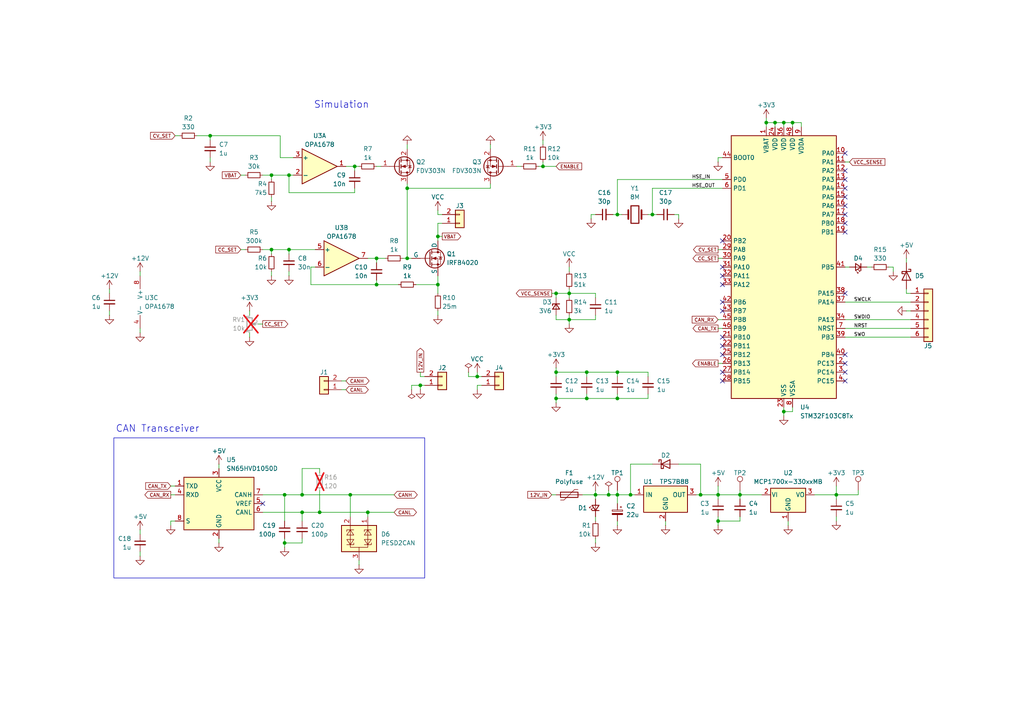
<source format=kicad_sch>
(kicad_sch (version 20250114) (generator "eeschema") (generator_version "9.0")
  (paper "A4")
  (rectangle (start 33.02 127) (end 123.19 167.64))
  (text "Simulation" (at 99.06 30.48 0) (effects (font (size 2 2))))
  (text "CAN Transceiver" (at 45.72 124.46 0) (effects (font (size 2 2))))
  (junction (at 102.87 48.26))
  (junction (at 179.07 115.57))
  (junction (at 109.22 82.55))
  (junction (at 182.88 143.51))
  (junction (at 224.79 35.56))
  (junction (at 82.55 143.51))
  (junction (at 78.74 50.8))
  (junction (at 189.23 62.23))
  (junction (at 161.29 85.09))
  (junction (at 157.48 48.26))
  (junction (at 161.29 107.95))
  (junction (at 87.63 148.59))
  (junction (at 118.11 54.61))
  (junction (at 78.74 72.39))
  (junction (at 222.25 35.56))
  (junction (at 208.28 143.51))
  (junction (at 127 82.55))
  (junction (at 170.18 107.95))
  (junction (at 87.63 143.51))
  (junction (at 179.07 62.23))
  (junction (at 127 68.58))
  (junction (at 161.29 115.57))
  (junction (at 208.28 151.13))
  (junction (at 83.82 72.39))
  (junction (at 138.43 109.22))
  (junction (at 82.55 157.48))
  (junction (at 242.57 143.51))
  (junction (at 109.22 74.93))
  (junction (at 203.2 143.51))
  (junction (at 165.1 92.71))
  (junction (at 60.96 39.37))
  (junction (at 172.72 143.51))
  (junction (at 121.92 111.76))
  (junction (at 176.53 143.51))
  (junction (at 118.11 74.93))
  (junction (at 92.71 148.59))
  (junction (at 179.07 107.95))
  (junction (at 83.82 50.8))
  (junction (at 101.6 143.51))
  (junction (at 179.07 143.51))
  (junction (at 165.1 85.09))
  (junction (at 227.33 35.56))
  (junction (at 229.87 35.56))
  (junction (at 106.68 148.59))
  (junction (at 214.63 143.51))
  (junction (at 227.33 119.38))
  (junction (at 170.18 115.57))
  (no_connect (at 245.11 102.87))
  (no_connect (at 245.11 49.53))
  (no_connect (at 245.11 57.15))
  (no_connect (at 209.55 107.95))
  (no_connect (at 76.2 146.05))
  (no_connect (at 209.55 87.63))
  (no_connect (at 245.11 85.09))
  (no_connect (at 209.55 69.85))
  (no_connect (at 245.11 67.31))
  (no_connect (at 209.55 77.47))
  (no_connect (at 245.11 62.23))
  (no_connect (at 245.11 44.45))
  (no_connect (at 245.11 105.41))
  (no_connect (at 245.11 64.77))
  (no_connect (at 209.55 100.33))
  (no_connect (at 245.11 110.49))
  (no_connect (at 245.11 54.61))
  (no_connect (at 245.11 52.07))
  (no_connect (at 209.55 90.17))
  (no_connect (at 209.55 110.49))
  (no_connect (at 245.11 59.69))
  (no_connect (at 209.55 82.55))
  (no_connect (at 209.55 102.87))
  (no_connect (at 245.11 107.95))
  (no_connect (at 209.55 97.79))
  (no_connect (at 209.55 80.01))
  (wire (pts (xy 109.22 48.26) (xy 110.49 48.26)))
  (wire (pts (xy 228.6 151.13) (xy 228.6 152.4)))
  (wire (pts (xy 120.65 82.55) (xy 127 82.55)))
  (wire (pts (xy 78.74 50.8) (xy 83.82 50.8)))
  (wire (pts (xy 232.41 36.83) (xy 232.41 35.56)))
  (wire (pts (xy 40.64 95.25) (xy 40.64 96.52)))
  (wire (pts (xy 208.28 95.25) (xy 209.55 95.25)))
  (wire (pts (xy 201.93 143.51) (xy 203.2 143.51)))
  (wire (pts (xy 31.75 90.17) (xy 31.75 91.44)))
  (wire (pts (xy 227.33 118.11) (xy 227.33 119.38)))
  (wire (pts (xy 109.22 82.55) (xy 115.57 82.55)))
  (wire (pts (xy 160.02 85.09) (xy 161.29 85.09)))
  (wire (pts (xy 245.11 95.25) (xy 264.16 95.25)))
  (wire (pts (xy 208.28 143.51) (xy 214.63 143.51)))
  (wire (pts (xy 171.45 63.5) (xy 171.45 62.23)))
  (wire (pts (xy 83.82 55.88) (xy 83.82 50.8)))
  (wire (pts (xy 172.72 149.86) (xy 172.72 151.13)))
  (wire (pts (xy 83.82 50.8) (xy 85.09 50.8)))
  (wire (pts (xy 123.19 109.22) (xy 121.92 109.22)))
  (wire (pts (xy 78.74 72.39) (xy 83.82 72.39)))
  (wire (pts (xy 179.07 115.57) (xy 187.96 115.57)))
  (wire (pts (xy 172.72 91.44) (xy 172.72 92.71)))
  (wire (pts (xy 179.07 143.51) (xy 182.88 143.51)))
  (wire (pts (xy 196.85 134.62) (xy 203.2 134.62)))
  (wire (pts (xy 78.74 57.15) (xy 78.74 58.42)))
  (wire (pts (xy 208.28 45.72) (xy 208.28 46.99)))
  (wire (pts (xy 236.22 143.51) (xy 242.57 143.51)))
  (wire (pts (xy 245.11 77.47) (xy 246.38 77.47)))
  (wire (pts (xy 81.28 39.37) (xy 60.96 39.37)))
  (wire (pts (xy 109.22 81.28) (xy 109.22 82.55)))
  (wire (pts (xy 248.92 143.51) (xy 242.57 143.51)))
  (wire (pts (xy 208.28 74.93) (xy 209.55 74.93)))
  (wire (pts (xy 208.28 143.51) (xy 208.28 144.78)))
  (wire (pts (xy 208.28 151.13) (xy 208.28 152.4)))
  (wire (pts (xy 127 68.58) (xy 128.27 68.58)))
  (wire (pts (xy 100.33 48.26) (xy 102.87 48.26)))
  (wire (pts (xy 81.28 39.37) (xy 81.28 45.72)))
  (wire (pts (xy 242.57 140.97) (xy 242.57 143.51)))
  (wire (pts (xy 208.28 151.13) (xy 208.28 149.86)))
  (wire (pts (xy 232.41 35.56) (xy 229.87 35.56)))
  (wire (pts (xy 161.29 107.95) (xy 161.29 109.22)))
  (wire (pts (xy 165.1 85.09) (xy 172.72 85.09)))
  (wire (pts (xy 87.63 148.59) (xy 92.71 148.59)))
  (wire (pts (xy 99.06 113.03) (xy 100.33 113.03)))
  (wire (pts (xy 40.64 78.74) (xy 40.64 80.01)))
  (wire (pts (xy 82.55 156.21) (xy 82.55 157.48)))
  (wire (pts (xy 40.64 160.02) (xy 40.64 161.29)))
  (wire (pts (xy 83.82 72.39) (xy 83.82 73.66)))
  (wire (pts (xy 102.87 48.26) (xy 104.14 48.26)))
  (wire (pts (xy 49.53 140.97) (xy 50.8 140.97)))
  (wire (pts (xy 90.17 82.55) (xy 109.22 82.55)))
  (wire (pts (xy 49.53 152.4) (xy 49.53 151.13)))
  (wire (pts (xy 208.28 105.41) (xy 209.55 105.41)))
  (wire (pts (xy 172.72 143.51) (xy 176.53 143.51)))
  (wire (pts (xy 78.74 78.74) (xy 78.74 80.01)))
  (wire (pts (xy 121.92 111.76) (xy 123.19 111.76)))
  (wire (pts (xy 189.23 62.23) (xy 190.5 62.23)))
  (wire (pts (xy 81.28 45.72) (xy 85.09 45.72)))
  (wire (pts (xy 214.63 142.24) (xy 214.63 143.51)))
  (wire (pts (xy 60.96 39.37) (xy 60.96 40.64)))
  (wire (pts (xy 83.82 72.39) (xy 91.44 72.39)))
  (wire (pts (xy 203.2 143.51) (xy 208.28 143.51)))
  (wire (pts (xy 72.39 90.17) (xy 72.39 91.44)))
  (wire (pts (xy 170.18 109.22) (xy 170.18 107.95)))
  (wire (pts (xy 193.04 151.13) (xy 193.04 152.4)))
  (wire (pts (xy 196.85 62.23) (xy 196.85 63.5)))
  (wire (pts (xy 165.1 85.09) (xy 165.1 83.82)))
  (wire (pts (xy 118.11 54.61) (xy 118.11 74.93)))
  (wire (pts (xy 83.82 78.74) (xy 83.82 80.01)))
  (wire (pts (xy 142.24 41.91) (xy 142.24 43.18)))
  (wire (pts (xy 165.1 92.71) (xy 165.1 93.98)))
  (wire (pts (xy 102.87 55.88) (xy 83.82 55.88)))
  (wire (pts (xy 229.87 118.11) (xy 229.87 119.38)))
  (wire (pts (xy 60.96 39.37) (xy 57.15 39.37)))
  (wire (pts (xy 49.53 143.51) (xy 50.8 143.51)))
  (wire (pts (xy 179.07 114.3) (xy 179.07 115.57)))
  (wire (pts (xy 165.1 91.44) (xy 165.1 92.71)))
  (wire (pts (xy 127 60.96) (xy 127 62.23)))
  (wire (pts (xy 127 82.55) (xy 127 85.09)))
  (wire (pts (xy 135.89 107.95) (xy 135.89 109.22)))
  (wire (pts (xy 170.18 115.57) (xy 161.29 115.57)))
  (wire (pts (xy 189.23 54.61) (xy 209.55 54.61)))
  (wire (pts (xy 262.89 74.93) (xy 262.89 76.2)))
  (wire (pts (xy 161.29 85.09) (xy 165.1 85.09)))
  (wire (pts (xy 161.29 114.3) (xy 161.29 115.57)))
  (wire (pts (xy 209.55 45.72) (xy 208.28 45.72)))
  (wire (pts (xy 74.93 93.98) (xy 76.2 93.98)))
  (wire (pts (xy 90.17 77.47) (xy 91.44 77.47)))
  (wire (pts (xy 214.63 149.86) (xy 214.63 151.13)))
  (wire (pts (xy 76.2 50.8) (xy 78.74 50.8)))
  (wire (pts (xy 179.07 109.22) (xy 179.07 107.95)))
  (wire (pts (xy 106.68 148.59) (xy 114.3 148.59)))
  (wire (pts (xy 168.91 143.51) (xy 172.72 143.51)))
  (wire (pts (xy 161.29 85.09) (xy 161.29 86.36)))
  (wire (pts (xy 187.96 109.22) (xy 187.96 107.95)))
  (wire (pts (xy 227.33 35.56) (xy 224.79 35.56)))
  (wire (pts (xy 78.74 50.8) (xy 78.74 52.07)))
  (wire (pts (xy 78.74 72.39) (xy 78.74 73.66)))
  (wire (pts (xy 157.48 48.26) (xy 161.29 48.26)))
  (wire (pts (xy 229.87 36.83) (xy 229.87 35.56)))
  (wire (pts (xy 229.87 119.38) (xy 227.33 119.38)))
  (wire (pts (xy 101.6 143.51) (xy 114.3 143.51)))
  (wire (pts (xy 63.5 156.21) (xy 63.5 157.48)))
  (wire (pts (xy 208.28 92.71) (xy 209.55 92.71)))
  (wire (pts (xy 214.63 151.13) (xy 208.28 151.13)))
  (wire (pts (xy 76.2 72.39) (xy 78.74 72.39)))
  (wire (pts (xy 251.46 77.47) (xy 252.73 77.47)))
  (wire (pts (xy 189.23 54.61) (xy 189.23 62.23)))
  (wire (pts (xy 138.43 109.22) (xy 139.7 109.22)))
  (wire (pts (xy 87.63 135.89) (xy 92.71 135.89)))
  (wire (pts (xy 222.25 35.56) (xy 222.25 36.83)))
  (wire (pts (xy 165.1 77.47) (xy 165.1 78.74)))
  (wire (pts (xy 242.57 149.86) (xy 242.57 151.13)))
  (wire (pts (xy 227.33 36.83) (xy 227.33 35.56)))
  (wire (pts (xy 40.64 153.67) (xy 40.64 154.94)))
  (wire (pts (xy 102.87 48.26) (xy 102.87 49.53)))
  (wire (pts (xy 92.71 148.59) (xy 106.68 148.59)))
  (wire (pts (xy 87.63 157.48) (xy 82.55 157.48)))
  (wire (pts (xy 262.89 90.17) (xy 264.16 90.17)))
  (wire (pts (xy 138.43 107.95) (xy 138.43 109.22)))
  (wire (pts (xy 161.29 107.95) (xy 170.18 107.95)))
  (wire (pts (xy 179.07 142.24) (xy 179.07 143.51)))
  (wire (pts (xy 119.38 113.03) (xy 119.38 111.76)))
  (wire (pts (xy 171.45 62.23) (xy 172.72 62.23)))
  (wire (pts (xy 82.55 157.48) (xy 82.55 158.75)))
  (wire (pts (xy 49.53 151.13) (xy 50.8 151.13)))
  (wire (pts (xy 172.72 142.24) (xy 172.72 143.51)))
  (wire (pts (xy 179.07 52.07) (xy 179.07 62.23)))
  (wire (pts (xy 182.88 143.51) (xy 184.15 143.51)))
  (wire (pts (xy 187.96 114.3) (xy 187.96 115.57)))
  (wire (pts (xy 182.88 134.62) (xy 189.23 134.62)))
  (wire (pts (xy 151.13 48.26) (xy 149.86 48.26)))
  (wire (pts (xy 127 68.58) (xy 127 69.85)))
  (wire (pts (xy 50.8 39.37) (xy 52.07 39.37)))
  (wire (pts (xy 106.68 148.59) (xy 106.68 149.86)))
  (wire (pts (xy 214.63 143.51) (xy 220.98 143.51)))
  (wire (pts (xy 179.07 52.07) (xy 209.55 52.07)))
  (wire (pts (xy 161.29 115.57) (xy 161.29 116.84)))
  (wire (pts (xy 127 62.23) (xy 128.27 62.23)))
  (wire (pts (xy 176.53 142.24) (xy 176.53 143.51)))
  (wire (pts (xy 142.24 54.61) (xy 118.11 54.61)))
  (wire (pts (xy 82.55 143.51) (xy 87.63 143.51)))
  (wire (pts (xy 109.22 74.93) (xy 109.22 76.2)))
  (wire (pts (xy 87.63 148.59) (xy 87.63 151.13)))
  (wire (pts (xy 222.25 34.29) (xy 222.25 35.56)))
  (wire (pts (xy 172.72 156.21) (xy 172.72 157.48)))
  (wire (pts (xy 118.11 74.93) (xy 119.38 74.93)))
  (wire (pts (xy 82.55 143.51) (xy 82.55 151.13)))
  (wire (pts (xy 227.33 119.38) (xy 227.33 120.65)))
  (wire (pts (xy 248.92 142.24) (xy 248.92 143.51)))
  (wire (pts (xy 135.89 109.22) (xy 138.43 109.22)))
  (wire (pts (xy 161.29 106.68) (xy 161.29 107.95)))
  (wire (pts (xy 177.8 62.23) (xy 179.07 62.23)))
  (wire (pts (xy 172.72 143.51) (xy 172.72 144.78)))
  (wire (pts (xy 101.6 143.51) (xy 101.6 149.86)))
  (wire (pts (xy 60.96 45.72) (xy 60.96 46.99)))
  (wire (pts (xy 182.88 134.62) (xy 182.88 143.51)))
  (wire (pts (xy 99.06 110.49) (xy 100.33 110.49)))
  (wire (pts (xy 187.96 62.23) (xy 189.23 62.23)))
  (wire (pts (xy 104.14 162.56) (xy 104.14 163.83)))
  (wire (pts (xy 119.38 111.76) (xy 121.92 111.76)))
  (wire (pts (xy 118.11 41.91) (xy 118.11 43.18)))
  (wire (pts (xy 170.18 115.57) (xy 179.07 115.57)))
  (wire (pts (xy 116.84 74.93) (xy 118.11 74.93)))
  (wire (pts (xy 245.11 97.79) (xy 264.16 97.79)))
  (wire (pts (xy 170.18 107.95) (xy 179.07 107.95)))
  (wire (pts (xy 179.07 107.95) (xy 187.96 107.95)))
  (wire (pts (xy 203.2 134.62) (xy 203.2 143.51)))
  (wire (pts (xy 156.21 48.26) (xy 157.48 48.26)))
  (wire (pts (xy 245.11 46.99) (xy 246.38 46.99)))
  (wire (pts (xy 257.81 77.47) (xy 259.08 77.47)))
  (wire (pts (xy 242.57 143.51) (xy 242.57 144.78)))
  (wire (pts (xy 76.2 148.59) (xy 87.63 148.59)))
  (wire (pts (xy 128.27 64.77) (xy 127 64.77)))
  (wire (pts (xy 127 64.77) (xy 127 68.58)))
  (wire (pts (xy 172.72 86.36) (xy 172.72 85.09)))
  (wire (pts (xy 259.08 77.47) (xy 259.08 78.74)))
  (wire (pts (xy 118.11 53.34) (xy 118.11 54.61)))
  (wire (pts (xy 157.48 40.64) (xy 157.48 41.91)))
  (wire (pts (xy 179.07 151.13) (xy 179.07 152.4)))
  (wire (pts (xy 92.71 135.89) (xy 92.71 137.16)))
  (wire (pts (xy 87.63 143.51) (xy 101.6 143.51)))
  (wire (pts (xy 138.43 111.76) (xy 139.7 111.76)))
  (wire (pts (xy 72.39 96.52) (xy 72.39 97.79)))
  (wire (pts (xy 109.22 74.93) (xy 111.76 74.93)))
  (wire (pts (xy 76.2 143.51) (xy 82.55 143.51)))
  (wire (pts (xy 161.29 91.44) (xy 161.29 92.71)))
  (wire (pts (xy 127 80.01) (xy 127 82.55)))
  (wire (pts (xy 127 90.17) (xy 127 91.44)))
  (wire (pts (xy 179.07 62.23) (xy 180.34 62.23)))
  (wire (pts (xy 31.75 83.82) (xy 31.75 85.09)))
  (wire (pts (xy 160.02 143.51) (xy 161.29 143.51)))
  (wire (pts (xy 179.07 143.51) (xy 179.07 146.05)))
  (wire (pts (xy 69.85 50.8) (xy 71.12 50.8)))
  (wire (pts (xy 245.11 87.63) (xy 264.16 87.63)))
  (wire (pts (xy 264.16 85.09) (xy 262.89 85.09)))
  (wire (pts (xy 92.71 142.24) (xy 92.71 148.59)))
  (wire (pts (xy 121.92 109.22) (xy 121.92 107.95)))
  (wire (pts (xy 214.63 143.51) (xy 214.63 144.78)))
  (wire (pts (xy 87.63 156.21) (xy 87.63 157.48)))
  (wire (pts (xy 90.17 82.55) (xy 90.17 77.47)))
  (wire (pts (xy 87.63 135.89) (xy 87.63 143.51)))
  (wire (pts (xy 157.48 46.99) (xy 157.48 48.26)))
  (wire (pts (xy 262.89 83.82) (xy 262.89 85.09)))
  (wire (pts (xy 176.53 143.51) (xy 179.07 143.51)))
  (wire (pts (xy 224.79 36.83) (xy 224.79 35.56)))
  (wire (pts (xy 165.1 85.09) (xy 165.1 86.36)))
  (wire (pts (xy 224.79 35.56) (xy 222.25 35.56)))
  (wire (pts (xy 63.5 134.62) (xy 63.5 135.89)))
  (wire (pts (xy 138.43 113.03) (xy 138.43 111.76)))
  (wire (pts (xy 172.72 92.71) (xy 165.1 92.71)))
  (wire (pts (xy 170.18 114.3) (xy 170.18 115.57)))
  (wire (pts (xy 161.29 92.71) (xy 165.1 92.71)))
  (wire (pts (xy 142.24 53.34) (xy 142.24 54.61)))
  (wire (pts (xy 229.87 35.56) (xy 227.33 35.56)))
  (wire (pts (xy 208.28 72.39) (xy 209.55 72.39)))
  (wire (pts (xy 102.87 55.88) (xy 102.87 54.61)))
  (wire (pts (xy 208.28 143.51) (xy 208.28 140.97)))
  (wire (pts (xy 121.92 113.03) (xy 121.92 111.76)))
  (wire (pts (xy 195.58 62.23) (xy 196.85 62.23)))
  (wire (pts (xy 106.68 74.93) (xy 109.22 74.93)))
  (wire (pts (xy 69.85 72.39) (xy 71.12 72.39)))
  (wire (pts (xy 245.11 92.71) (xy 264.16 92.71)))
  (label "NRST" (at 247.65 95.25 0) (effects (font (size 1 1))))
  (label "SWDIO" (at 247.65 92.71 0) (effects (font (size 1 1))))
  (label "SWCLK" (at 247.65 87.63 0) (effects (font (size 1 1))))
  (label "SWO" (at 247.65 97.79 0) (effects (font (size 1 1))))
  (label "HSE_IN" (at 200.66 52.07 0) (effects (font (size 1 1))))
  (label "HSE_OUT" (at 200.66 54.61 0) (effects (font (size 1 1))))
  (global_label "CANL" (shape bidirectional) (at 114.3 148.59 0) (effects (font (size 1 1))) (property "Intersheetrefs" "${INTERSHEET_REFS}" (effects (hide yes))))
  (global_label "CANL" (shape bidirectional) (at 100.33 113.03 0) (effects (font (size 1 1))) (property "Intersheetrefs" "${INTERSHEET_REFS}" (effects (hide yes))))
  (global_label "ENABLE" (shape input) (at 161.29 48.26 0) (effects (font (size 1 1))) (property "Intersheetrefs" "${INTERSHEET_REFS}" (effects (hide yes))))
  (global_label "VCC_SENSE" (shape input) (at 246.38 46.99 0) (effects (font (size 1 1))) (property "Intersheetrefs" "${INTERSHEET_REFS}" (effects (hide yes))))
  (global_label "VCC_SENSE" (shape output) (at 160.02 85.09 180) (effects (font (size 1 1))) (property "Intersheetrefs" "${INTERSHEET_REFS}" (effects (hide yes))))
  (global_label "CANH" (shape bidirectional) (at 100.33 110.49 0) (effects (font (size 1 1))) (property "Intersheetrefs" "${INTERSHEET_REFS}" (effects (hide yes))))
  (global_label "12V_IN" (shape output) (at 121.92 107.95 90) (effects (font (size 1 1))) (property "Intersheetrefs" "${INTERSHEET_REFS}" (effects (hide yes))))
  (global_label "CC_SET" (shape output) (at 208.28 74.93 180) (effects (font (size 1 1))) (property "Intersheetrefs" "${INTERSHEET_REFS}" (effects (hide yes))))
  (global_label "CAN_TX" (shape input) (at 49.53 140.97 180) (effects (font (size 1 1))) (property "Intersheetrefs" "${INTERSHEET_REFS}" (effects (hide yes))))
  (global_label "CAN_RX" (shape output) (at 49.53 143.51 180) (effects (font (size 1 1))) (property "Intersheetrefs" "${INTERSHEET_REFS}" (effects (hide yes))))
  (global_label "CANH" (shape bidirectional) (at 114.3 143.51 0) (effects (font (size 1 1))) (property "Intersheetrefs" "${INTERSHEET_REFS}" (effects (hide yes))))
  (global_label "ENABLE" (shape output) (at 208.28 105.41 180) (effects (font (size 1 1))) (property "Intersheetrefs" "${INTERSHEET_REFS}" (effects (hide yes))))
  (global_label "VBAT" (shape output) (at 128.27 68.58 0) (effects (font (size 1 1))) (property "Intersheetrefs" "${INTERSHEET_REFS}" (effects (hide yes))))
  (global_label "CC_SET" (shape output) (at 76.2 93.98 0) (effects (font (size 1 1))) (property "Intersheetrefs" "${INTERSHEET_REFS}" (effects (hide yes))))
  (global_label "CV_SET" (shape input) (at 50.8 39.37 180) (effects (font (size 1 1))) (property "Intersheetrefs" "${INTERSHEET_REFS}" (effects (hide yes))))
  (global_label "12V_IN" (shape input) (at 160.02 143.51 180) (effects (font (size 1 1))) (property "Intersheetrefs" "${INTERSHEET_REFS}" (effects (hide yes))))
  (global_label "CAN_TX" (shape output) (at 208.28 95.25 180) (effects (font (size 1 1))) (property "Intersheetrefs" "${INTERSHEET_REFS}" (effects (hide yes))))
  (global_label "CV_SET" (shape output) (at 208.28 72.39 180) (effects (font (size 1 1))) (property "Intersheetrefs" "${INTERSHEET_REFS}" (effects (hide yes))))
  (global_label "VBAT" (shape input) (at 69.85 50.8 180) (effects (font (size 1 1))) (property "Intersheetrefs" "${INTERSHEET_REFS}" (effects (hide yes))))
  (global_label "CC_SET" (shape input) (at 69.85 72.39 180) (effects (font (size 1 1))) (property "Intersheetrefs" "${INTERSHEET_REFS}" (effects (hide yes))))
  (global_label "CAN_RX" (shape input) (at 208.28 92.71 180) (effects (font (size 1 1))) (property "Intersheetrefs" "${INTERSHEET_REFS}" (effects (hide yes))))
  (symbol (lib_id "Device:C_Small") (at 179.07 111.76 0) (unit 1)
    (property "Reference" "C14" (at 181.61 110.4962 0) (effects (justify left)))
    (property "Value" "1u" (at 181.61 113.0362 0) (effects (justify left)))
    (property "Footprint" "Capacitor_SMD:C_0603_1608Metric" (effects (hide yes)))
    (property "Description" "Unpolarized capacitor, small symbol" (effects (hide yes)))
    (property "Dist #" "C5199872" (effects (hide yes)))
    (property "Mfr" "Samsung" (effects (hide yes)))
    (property "Mfr #" "CL10B105KB8NQNC" (effects (hide yes)))
    (property "Dist" "LCSC" (effects (hide yes)))
  )
  (symbol (lib_id "power:GND") (at 172.72 157.48 0) (unit 1)
    (property "Reference" "#PWR029" (effects (hide yes)))
    (property "Value" "GND" (effects (hide yes)))
    (property "Description" "Power symbol creates a global label with name \"GND\" , ground" (effects (hide yes)))
  )
  (symbol (lib_id "yfs:PESD2CAN") (at 99.06 152.4 0) (unit 1)
    (property "Reference" "D6" (at 110.49 154.9399 0) (effects (justify left)))
    (property "Value" "PESD2CAN" (at 110.49 157.4799 0) (effects (justify left)))
    (property "Footprint" "Package_TO_SOT_SMD:SOT-23" (effects (hide yes)))
    (property "Datasheet" "https://assets.nexperia.com/documents/data-sheet/PESD2CAN.pdf" (effects (hide yes)))
    (property "Description" "CAN bus ESD protection diode" (effects (hide yes)))
    (property "Dist" "LCSC" (effects (hide yes)))
    (property "Dist #" "C75176" (effects (hide yes)))
    (property "Mfr" "Nexperia" (effects (hide yes)))
    (property "Mfr #" "PESD2CAN,215" (effects (hide yes)))
  )
  (symbol (lib_id "Device:C_Small") (at 31.75 87.63 0) (mirror y) (unit 1)
    (property "Reference" "C6" (at 29.21 86.3662 0) (effects (justify left)))
    (property "Value" "1u" (at 29.21 88.9062 0) (effects (justify left)))
    (property "Footprint" "Capacitor_SMD:C_0603_1608Metric" (effects (hide yes)))
    (property "Description" "Unpolarized capacitor, small symbol" (effects (hide yes)))
    (property "Dist #" "C5199872" (effects (hide yes)))
    (property "Mfr" "Samsung" (effects (hide yes)))
    (property "Mfr #" "CL10B105KB8NQNC" (effects (hide yes)))
    (property "Dist" "LCSC" (effects (hide yes)))
  )
  (symbol (lib_id "power:GND") (at 208.28 46.99 0) (unit 1)
    (property "Reference" "#PWR034" (effects (hide yes)))
    (property "Value" "GND" (effects (hide yes)))
    (property "Description" "Power symbol creates a global label with name \"GND\" , ground" (effects (hide yes)))
  )
  (symbol (lib_id "Connector_Generic:Conn_01x02") (at 133.35 64.77 0) (mirror x) (unit 1)
    (property "Reference" "J3" (at 133.35 59.69 0))
    (property "Value" "Conn_01x02" (effects (hide yes)))
    (property "Footprint" "yfs:MolexMicrofitPlus1x2" (effects (hide yes)))
    (property "Description" "Generic connector, single row, 01x02, script generated (kicad-library-utils/schlib/autogen/connector/)" (effects (hide yes)))
    (property "Dist" "Mouser" (effects (hide yes)))
    (property "Dist #" "538-215760-1002" (effects (hide yes)))
    (property "Mfr" "Molex" (effects (hide yes)))
    (property "Mfr #" "2157601002" (effects (hide yes)))
  )
  (symbol (lib_id "yfs:TPS7B88-Q1") (at 186.69 140.97 0) (unit 1)
    (property "Reference" "U1" (at 187.96 139.7 0))
    (property "Value" "TPS7B88" (at 195.58 139.7 0))
    (property "Footprint" "Package_TO_SOT_SMD:TO-252-2" (effects (hide yes)))
    (property "Datasheet" "https://www.ti.com/lit/ds/symlink/tps7b88-q1.pdf" (effects (hide yes)))
    (property "Description" "500-mA, 40-V, Low-Dropout Regulator" (effects (hide yes)))
    (property "Dist" "Mouser" (effects (hide yes)))
    (property "Dist #" "595-TPS7B8850QKVURQ1" (effects (hide yes)))
    (property "Mfr" "Texas Instruments" (effects (hide yes)))
    (property "Mfr #" "TPS7B8850QKVURQ1" (effects (hide yes)))
  )
  (symbol (lib_id "Device:C_Small") (at 82.55 153.67 0) (mirror y) (unit 1)
    (property "Reference" "C19" (at 80.01 152.4062 0) (effects (justify left)))
    (property "Value" "100p" (at 80.01 154.9462 0) (effects (justify left)))
    (property "Footprint" "Capacitor_SMD:C_0603_1608Metric" (effects (hide yes)))
    (property "Description" "Unpolarized capacitor, small symbol" (effects (hide yes)))
    (property "Dist" "LCSC" (effects (hide yes)))
    (property "Dist #" "C126576" (effects (hide yes)))
    (property "Mfr" "Murata" (effects (hide yes)))
    (property "Mfr #" "GCM1885C2A101JA16D" (effects (hide yes)))
  )
  (symbol (lib_id "Device:C_Small") (at 40.64 157.48 0) (mirror y) (unit 1)
    (property "Reference" "C18" (at 38.1 156.2162 0) (effects (justify left)))
    (property "Value" "1u" (at 38.1 158.7562 0) (effects (justify left)))
    (property "Footprint" "Capacitor_SMD:C_0603_1608Metric" (effects (hide yes)))
    (property "Description" "Unpolarized capacitor, small symbol" (effects (hide yes)))
    (property "Dist #" "C5199872" (effects (hide yes)))
    (property "Mfr" "Samsung" (effects (hide yes)))
    (property "Mfr #" "CL10B105KB8NQNC" (effects (hide yes)))
    (property "Dist" "LCSC" (effects (hide yes)))
  )
  (symbol (lib_id "Device:C_Small") (at 208.28 147.32 0) (unit 1)
    (property "Reference" "C3" (at 205.74 146.0562 0) (effects (justify right)))
    (property "Value" "1u" (at 205.74 148.5962 0) (effects (justify right)))
    (property "Footprint" "Capacitor_SMD:C_0603_1608Metric" (effects (hide yes)))
    (property "Description" "Unpolarized capacitor, small symbol" (effects (hide yes)))
    (property "Dist" "LCSC" (effects (hide yes)))
    (property "Dist #" "C5199872" (effects (hide yes)))
    (property "Mfr" "Samsung" (effects (hide yes)))
    (property "Mfr #" "CL10B105KB8NQNC" (effects (hide yes)))
  )
  (symbol (lib_id "power:GND") (at 138.43 113.03 0) (unit 1)
    (property "Reference" "#PWR021" (effects (hide yes)))
    (property "Value" "GND" (effects (hide yes)))
    (property "Description" "Power symbol creates a global label with name \"GND\" , ground" (effects (hide yes)))
  )
  (symbol (lib_id "power:+5V") (at 40.64 153.67 0) (unit 1)
    (property "Reference" "#PWR05" (effects (hide yes)))
    (property "Value" "+5V" (at 40.64 149.86 0))
    (property "Description" "Power symbol creates a global label with name \"+5V\"" (effects (hide yes)))
  )
  (symbol (lib_id "Device:D_Zener_Small") (at 161.29 88.9 90) (mirror x) (unit 1)
    (property "Reference" "D3" (at 160.02 87.63 90) (effects (justify left)))
    (property "Value" "3V6" (at 160.02 90.17 90) (effects (justify left)))
    (property "Footprint" "Diode_SMD:D_SOD-323" (effects (hide yes)))
    (property "Description" "Zener diode, small symbol" (effects (hide yes)))
    (property "Dist" "LCSC" (effects (hide yes)))
    (property "Dist #" "C3739733" (effects (hide yes)))
    (property "Mfr" "VISHAY" (effects (hide yes)))
    (property "Mfr #" "BZX384C3V6" (effects (hide yes)))
  )
  (symbol (lib_id "Device:R_Small") (at 118.11 82.55 270) (mirror x) (unit 1)
    (property "Reference" "R9" (at 118.11 77.47 90))
    (property "Value" "1k" (at 118.11 80.01 90))
    (property "Footprint" "Resistor_SMD:R_0603_1608Metric" (effects (hide yes)))
    (property "Description" "Resistor, small symbol" (effects (hide yes)))
    (property "Dist" "LCSC" (effects (hide yes)))
    (property "Dist #" "C21190" (effects (hide yes)))
    (property "Mfr" "Uni-Royal" (effects (hide yes)))
    (property "Mfr #" "0603WAF1001T5E" (effects (hide yes)))
  )
  (symbol (lib_id "Device:D_Schottky") (at 262.89 80.01 270) (unit 1)
    (property "Reference" "D5" (at 266.7 80.01 90))
    (property "Value" "D_Schottky" (effects (hide yes)))
    (property "Footprint" "Diode_SMD:D_SOD-323" (effects (hide yes)))
    (property "Description" "Schottky diode" (effects (hide yes)))
    (property "Dist" "LCSC" (effects (hide yes)))
    (property "Dist #" "C556393" (effects (hide yes)))
    (property "Mfr" "onsemi" (effects (hide yes)))
    (property "Mfr #" "NSR0530H" (effects (hide yes)))
  )
  (symbol (lib_id "Device:R_Small") (at 157.48 44.45 0) (unit 1)
    (property "Reference" "R12" (at 158.75 43.18 0) (effects (justify left)))
    (property "Value" "10k" (at 158.75 45.72 0) (effects (justify left)))
    (property "Footprint" "Resistor_SMD:R_0603_1608Metric" (effects (hide yes)))
    (property "Description" "Resistor, small symbol" (effects (hide yes)))
    (property "Dist" "LCSC" (effects (hide yes)))
    (property "Dist #" "C25804" (effects (hide yes)))
    (property "Mfr" "Uni-Royal" (effects (hide yes)))
    (property "Mfr #" "0603WAF1002T5E" (effects (hide yes)))
  )
  (symbol (lib_id "Connector:TestPoint") (at 248.92 142.24 0) (unit 1)
    (property "Reference" "TP3" (at 248.92 137.16 0))
    (property "Value" "TestPoint" (effects (hide yes)))
    (property "Footprint" "TestPoint:TestPoint_Keystone_5000-5004_Miniature" (effects (hide yes)))
    (property "Description" "test point" (effects (hide yes)))
  )
  (symbol (lib_id "Device:R_Small") (at 255.27 77.47 270) (mirror x) (unit 1)
    (property "Reference" "R15" (at 255.27 72.39 90))
    (property "Value" "330" (at 255.27 74.93 90))
    (property "Footprint" "Resistor_SMD:R_0603_1608Metric" (effects (hide yes)))
    (property "Description" "Resistor, small symbol" (effects (hide yes)))
    (property "Dist #" "C23138" (effects (hide yes)))
    (property "Mfr" "Uni-Royal" (effects (hide yes)))
    (property "Mfr #" "0603WAF3300T5E" (effects (hide yes)))
    (property "Dist" "LCSC" (effects (hide yes)))
  )
  (symbol (lib_id "Connector:TestPoint") (at 214.63 142.24 0) (unit 1)
    (property "Reference" "TP2" (at 214.63 137.16 0))
    (property "Value" "TestPoint" (effects (hide yes)))
    (property "Footprint" "TestPoint:TestPoint_Keystone_5000-5004_Miniature" (effects (hide yes)))
    (property "Description" "test point" (effects (hide yes)))
  )
  (symbol (lib_id "power:PWR_FLAG") (at 135.89 107.95 0) (unit 1)
    (property "Reference" "#FLG02" (effects (hide yes)))
    (property "Value" "PWR_FLAG" (effects (hide yes)))
    (property "Description" "Special symbol for telling ERC where power comes from" (effects (hide yes)))
  )
  (symbol (lib_id "Device:R_Small") (at 106.68 48.26 90) (unit 1)
    (property "Reference" "R7" (at 106.68 43.18 90))
    (property "Value" "1k" (at 106.68 45.72 90))
    (property "Footprint" "Resistor_SMD:R_0603_1608Metric" (effects (hide yes)))
    (property "Description" "Resistor, small symbol" (effects (hide yes)))
    (property "Dist" "LCSC" (effects (hide yes)))
    (property "Dist #" "C21190" (effects (hide yes)))
    (property "Mfr" "Uni-Royal" (effects (hide yes)))
    (property "Mfr #" "0603WAF1001T5E" (effects (hide yes)))
  )
  (symbol (lib_id "power:GND") (at 242.57 151.13 0) (unit 1)
    (property "Reference" "#PWR041" (effects (hide yes)))
    (property "Value" "GND" (effects (hide yes)))
    (property "Description" "Power symbol creates a global label with name \"GND\" , ground" (effects (hide yes)))
  )
  (symbol (lib_id "power:PWR_FLAG") (at 119.38 113.03 180) (unit 1)
    (property "Reference" "#FLG01" (effects (hide yes)))
    (property "Value" "PWR_FLAG" (effects (hide yes)))
    (property "Description" "Special symbol for telling ERC where power comes from" (effects (hide yes)))
  )
  (symbol (lib_id "Device:R_Small") (at 73.66 50.8 90) (unit 1)
    (property "Reference" "R3" (at 73.66 45.72 90))
    (property "Value" "30k" (at 73.66 48.26 90))
    (property "Footprint" "Resistor_SMD:R_0603_1608Metric" (effects (hide yes)))
    (property "Description" "Resistor, small symbol" (effects (hide yes)))
  )
  (symbol (lib_id "Connector_Generic:Conn_01x02") (at 128.27 111.76 0) (mirror x) (unit 1)
    (property "Reference" "J2" (at 128.27 106.68 0))
    (property "Value" "Conn_01x02" (effects (hide yes)))
    (property "Footprint" "yfs:MolexMicrofitPlus1x2" (effects (hide yes)))
    (property "Description" "Generic connector, single row, 01x02, script generated (kicad-library-utils/schlib/autogen/connector/)" (effects (hide yes)))
    (property "Dist" "Mouser" (effects (hide yes)))
    (property "Dist #" "538-215760-1022" (effects (hide yes)))
    (property "Mfr" "Molex" (effects (hide yes)))
    (property "Mfr #" "2157601022" (effects (hide yes)))
  )
  (symbol (lib_id "power:GND") (at 127 91.44 0) (unit 1)
    (property "Reference" "#PWR019" (effects (hide yes)))
    (property "Value" "GND" (effects (hide yes)))
    (property "Description" "Power symbol creates a global label with name \"GND\" , ground" (effects (hide yes)))
  )
  (symbol (lib_id "Device:R_Small") (at 73.66 72.39 90) (unit 1)
    (property "Reference" "R5" (at 73.66 67.31 90))
    (property "Value" "300k" (at 73.66 69.85 90))
    (property "Footprint" "Resistor_SMD:R_0603_1608Metric" (effects (hide yes)))
    (property "Description" "Resistor, small symbol" (effects (hide yes)))
  )
  (symbol (lib_id "power:+12V") (at 40.64 78.74 0) (unit 1)
    (property "Reference" "#PWR03" (effects (hide yes)))
    (property "Value" "+12V" (at 40.64 74.93 0))
    (property "Description" "Power symbol creates a global label with name \"+12V\"" (effects (hide yes)))
  )
  (symbol (lib_id "Amplifier_Operational:OPA1678") (at 92.71 48.26 0) (unit 1)
    (property "Reference" "U3" (at 92.71 39.37 0))
    (property "Value" "OPA1678" (at 92.71 41.91 0))
    (property "Footprint" "Package_SO:SOIC-8_3.9x4.9mm_P1.27mm" (effects (hide yes)))
    (property "Datasheet" "http://www.ti.com/lit/ds/symlink/opa1678.pdf" (effects (hide yes)))
    (property "Description" "Low-Distortion Audio Operational Amplifiers, SOIC-8/VSSOP-8" (effects (hide yes)))
    (property "Dist" "LCSC" (effects (hide yes)))
    (property "Dist #" "C192421" (effects (hide yes)))
    (property "Mfr" "Texas Instruments" (effects (hide yes)))
    (property "Mfr #" "OPA1678IDR" (effects (hide yes)))
  )
  (symbol (lib_id "power:+5V") (at 63.5 134.62 0) (unit 1)
    (property "Reference" "#PWR08" (effects (hide yes)))
    (property "Value" "+5V" (at 63.5 130.81 0))
    (property "Description" "Power symbol creates a global label with name \"+5V\"" (effects (hide yes)))
  )
  (symbol (lib_id "Connector:TestPoint") (at 179.07 142.24 0) (unit 1)
    (property "Reference" "TP1" (at 179.07 137.16 0))
    (property "Value" "TestPoint" (effects (hide yes)))
    (property "Footprint" "TestPoint:TestPoint_Keystone_5000-5004_Miniature" (effects (hide yes)))
    (property "Description" "test point" (effects (hide yes)))
  )
  (symbol (lib_id "power:GND") (at 40.64 161.29 0) (unit 1)
    (property "Reference" "#PWR06" (effects (hide yes)))
    (property "Value" "GND" (effects (hide yes)))
    (property "Description" "Power symbol creates a global label with name \"GND\" , ground" (effects (hide yes)))
  )
  (symbol (lib_id "Device:R_Small") (at 78.74 54.61 0) (mirror y) (unit 1)
    (property "Reference" "R4" (at 77.47 53.34 0) (effects (justify left)))
    (property "Value" "7k5" (at 77.47 55.88 0) (effects (justify left)))
    (property "Footprint" "Resistor_SMD:R_0603_1608Metric" (effects (hide yes)))
    (property "Description" "Resistor, small symbol" (effects (hide yes)))
  )
  (symbol (lib_id "Device:R_Small") (at 78.74 76.2 0) (mirror y) (unit 1)
    (property "Reference" "R6" (at 77.47 74.93 0) (effects (justify left)))
    (property "Value" "10k" (at 77.47 77.47 0) (effects (justify left)))
    (property "Footprint" "Resistor_SMD:R_0603_1608Metric" (effects (hide yes)))
    (property "Description" "Resistor, small symbol" (effects (hide yes)))
    (property "Dist" "LCSC" (effects (hide yes)))
    (property "Dist #" "C25804" (effects (hide yes)))
    (property "Mfr" "Uni-Royal" (effects (hide yes)))
    (property "Mfr #" "0603WAF1002T5E" (effects (hide yes)))
  )
  (symbol (lib_id "power:GND") (at 83.82 80.01 0) (unit 1)
    (property "Reference" "#PWR046" (effects (hide yes)))
    (property "Value" "GND" (effects (hide yes)))
    (property "Description" "Power symbol creates a global label with name \"GND\" , ground" (effects (hide yes)))
  )
  (symbol (lib_id "Device:R_Small") (at 92.71 139.7 0) (unit 1) (dnp yes)
    (property "Reference" "R16" (at 93.98 138.43 0) (effects (justify left)))
    (property "Value" "120" (at 93.98 140.97 0) (effects (justify left)))
    (property "Footprint" "Resistor_SMD:R_0603_1608Metric" (effects (hide yes)))
    (property "Description" "Resistor, small symbol" (effects (hide yes)))
  )
  (symbol (lib_id "Device:C_Small") (at 175.26 62.23 90) (unit 1)
    (property "Reference" "C16" (at 175.2663 55.88 90))
    (property "Value" "30p" (at 175.2663 58.42 90))
    (property "Footprint" "Capacitor_SMD:C_0603_1608Metric" (effects (hide yes)))
    (property "Description" "Unpolarized capacitor, small symbol" (effects (hide yes)))
    (property "Dist #" "C2336884" (effects (hide yes)))
    (property "Mfr" "Murata" (effects (hide yes)))
    (property "Mfr #" "GQM1875C2E300GB12D" (effects (hide yes)))
    (property "Dist" "LCSC" (effects (hide yes)))
  )
  (symbol (lib_id "power:GND") (at 227.33 120.65 0) (unit 1)
    (property "Reference" "#PWR038" (effects (hide yes)))
    (property "Value" "GND" (effects (hide yes)))
    (property "Description" "Power symbol creates a global label with name \"GND\" , ground" (effects (hide yes)))
  )
  (symbol (lib_id "Device:C_Small") (at 87.63 153.67 0) (unit 1)
    (property "Reference" "C20" (at 90.17 152.4062 0) (effects (justify left)))
    (property "Value" "100p" (at 90.17 154.9462 0) (effects (justify left)))
    (property "Footprint" "Capacitor_SMD:C_0603_1608Metric" (effects (hide yes)))
    (property "Description" "Unpolarized capacitor, small symbol" (effects (hide yes)))
    (property "Dist" "LCSC" (effects (hide yes)))
    (property "Dist #" "C126576" (effects (hide yes)))
    (property "Mfr" "Murata" (effects (hide yes)))
    (property "Mfr #" "GCM1885C2A101JA16D" (effects (hide yes)))
  )
  (symbol (lib_id "Device:C_Small") (at 193.04 62.23 90) (unit 1)
    (property "Reference" "C17" (at 193.0463 55.88 90))
    (property "Value" "30p" (at 193.0463 58.42 90))
    (property "Footprint" "Capacitor_SMD:C_0603_1608Metric" (effects (hide yes)))
    (property "Description" "Unpolarized capacitor, small symbol" (effects (hide yes)))
    (property "Dist #" "C2336884" (effects (hide yes)))
    (property "Mfr" "Murata" (effects (hide yes)))
    (property "Mfr #" "GQM1875C2E300GB12D" (effects (hide yes)))
    (property "Dist" "LCSC" (effects (hide yes)))
  )
  (symbol (lib_id "power:GND") (at 259.08 78.74 0) (unit 1)
    (property "Reference" "#PWR042" (effects (hide yes)))
    (property "Value" "GND" (effects (hide yes)))
    (property "Description" "Power symbol creates a global label with name \"GND\" , ground" (effects (hide yes)))
  )
  (symbol (lib_id "Device:Crystal") (at 184.15 62.23 0) (unit 1)
    (property "Reference" "Y1" (at 184.15 54.61 0))
    (property "Value" "8M" (at 184.15 57.15 0))
    (property "Footprint" "Crystal:Crystal_SMD_5032-2Pin_5.0x3.2mm" (effects (hide yes)))
    (property "Description" "Two pin crystal" (effects (hide yes)))
    (property "Dist #" "C115962" (effects (hide yes)))
    (property "Mfr" "YXC" (effects (hide yes)))
    (property "Mfr #" "X50328MSB2GI" (effects (hide yes)))
    (property "Dist" "LCSC" (effects (hide yes)))
  )
  (symbol (lib_id "power:+5V") (at 208.28 140.97 0) (unit 1)
    (property "Reference" "#PWR035" (effects (hide yes)))
    (property "Value" "+5V" (at 208.28 137.16 0))
    (property "Description" "Power symbol creates a global label with name \"+5V\"" (effects (hide yes)))
  )
  (symbol (lib_id "power:GND") (at 208.28 152.4 0) (unit 1)
    (property "Reference" "#PWR036" (effects (hide yes)))
    (property "Value" "GND" (effects (hide yes)))
    (property "Description" "Power symbol creates a global label with name \"GND\" , ground" (effects (hide yes)))
  )
  (symbol (lib_id "power:GND") (at 179.07 152.4 0) (unit 1)
    (property "Reference" "#PWR030" (effects (hide yes)))
    (property "Value" "GND" (effects (hide yes)))
    (property "Description" "Power symbol creates a global label with name \"GND\" , ground" (effects (hide yes)))
  )
  (symbol (lib_id "power:GND") (at 63.5 157.48 0) (unit 1)
    (property "Reference" "#PWR09" (effects (hide yes)))
    (property "Value" "GND" (effects (hide yes)))
    (property "Description" "Power symbol creates a global label with name \"GND\" , ground" (effects (hide yes)))
  )
  (symbol (lib_id "Connector_Generic:Conn_01x02") (at 144.78 111.76 0) (mirror x) (unit 1)
    (property "Reference" "J4" (at 144.78 106.68 0))
    (property "Value" "Conn_01x02" (effects (hide yes)))
    (property "Footprint" "yfs:MolexMicrofitPlus1x2" (effects (hide yes)))
    (property "Description" "Generic connector, single row, 01x02, script generated (kicad-library-utils/schlib/autogen/connector/)" (effects (hide yes)))
    (property "Dist" "Mouser" (effects (hide yes)))
    (property "Dist #" "538-215760-1002" (effects (hide yes)))
    (property "Mfr" "Molex" (effects (hide yes)))
    (property "Mfr #" "2157601002" (effects (hide yes)))
  )
  (symbol (lib_id "MCU_ST_STM32F1:STM32F103C8Tx") (at 227.33 77.47 0) (unit 1)
    (property "Reference" "U4" (at 232.0641 118.11 0) (effects (justify left)))
    (property "Value" "STM32F103C8Tx" (at 232.0641 120.65 0) (effects (justify left)))
    (property "Footprint" "Package_QFP:LQFP-48_7x7mm_P0.5mm" (effects (hide yes)))
    (property "Datasheet" "https://www.st.com/resource/en/datasheet/stm32f103c8.pdf" (effects (hide yes)))
    (property "Description" "STMicroelectronics Arm Cortex-M3 MCU, 64KB flash, 20KB RAM, 72 MHz, 2.0-3.6V, 37 GPIO, LQFP48" (effects (hide yes)))
    (property "Dist #" "C8734" (effects (hide yes)))
    (property "Mfr" "STMicroelectronics" (effects (hide yes)))
    (property "Mfr #" "STM32F103C8T6" (effects (hide yes)))
    (property "Dist" "LCSC" (effects (hide yes)))
  )
  (symbol (lib_id "Device:C_Small") (at 83.82 76.2 0) (unit 1)
    (property "Reference" "C8" (at 86.36 74.9362 0) (effects (justify left)))
    (property "Value" "30n" (at 86.36 77.4762 0) (effects (justify left)))
    (property "Footprint" "Capacitor_SMD:C_0603_1608Metric" (effects (hide yes)))
    (property "Description" "Unpolarized capacitor, small symbol" (effects (hide yes)))
  )
  (symbol (lib_id "Device:R_Small") (at 153.67 48.26 90) (unit 1)
    (property "Reference" "R11" (at 153.67 43.18 90))
    (property "Value" "1k" (at 153.67 45.72 90))
    (property "Footprint" "Resistor_SMD:R_0603_1608Metric" (effects (hide yes)))
    (property "Description" "Resistor, small symbol" (effects (hide yes)))
    (property "Dist" "LCSC" (effects (hide yes)))
    (property "Dist #" "C21190" (effects (hide yes)))
    (property "Mfr" "Uni-Royal" (effects (hide yes)))
    (property "Mfr #" "0603WAF1001T5E" (effects (hide yes)))
  )
  (symbol (lib_id "Device:R_Small") (at 172.72 153.67 0) (mirror y) (unit 1)
    (property "Reference" "R1" (at 171.45 152.4 0) (effects (justify left)))
    (property "Value" "10k" (at 171.45 154.94 0) (effects (justify left)))
    (property "Footprint" "Resistor_SMD:R_0603_1608Metric" (effects (hide yes)))
    (property "Description" "Resistor, small symbol" (effects (hide yes)))
    (property "Dist" "LCSC" (effects (hide yes)))
    (property "Dist #" "C25804" (effects (hide yes)))
    (property "Mfr" "Uni-Royal" (effects (hide yes)))
    (property "Mfr #" "0603WAF1002T5E" (effects (hide yes)))
  )
  (symbol (lib_id "Device:C_Small") (at 187.96 111.76 0) (unit 1)
    (property "Reference" "C15" (at 190.5 110.4962 0) (effects (justify left)))
    (property "Value" "1u" (at 190.5 113.0362 0) (effects (justify left)))
    (property "Footprint" "Capacitor_SMD:C_0603_1608Metric" (effects (hide yes)))
    (property "Description" "Unpolarized capacitor, small symbol" (effects (hide yes)))
    (property "Dist #" "C5199872" (effects (hide yes)))
    (property "Mfr" "Samsung" (effects (hide yes)))
    (property "Mfr #" "CL10B105KB8NQNC" (effects (hide yes)))
    (property "Dist" "LCSC" (effects (hide yes)))
  )
  (symbol (lib_id "Device:R_Small") (at 54.61 39.37 90) (unit 1)
    (property "Reference" "R2" (at 54.61 34.29 90))
    (property "Value" "330" (at 54.61 36.83 90))
    (property "Footprint" "Resistor_SMD:R_0603_1608Metric" (effects (hide yes)))
    (property "Description" "Resistor, small symbol" (effects (hide yes)))
    (property "Dist" "LCSC" (effects (hide yes)))
    (property "Dist #" "C23138" (effects (hide yes)))
    (property "Mfr" "Uni-Royal" (effects (hide yes)))
    (property "Mfr #" "0603WAF3300T5E" (effects (hide yes)))
  )
  (symbol (lib_id "Amplifier_Operational:OPA1678") (at 43.18 87.63 0) (unit 3)
    (property "Reference" "U3" (at 41.91 86.3599 0) (effects (justify left)))
    (property "Value" "OPA1678" (at 41.91 88.8999 0) (effects (justify left)))
    (property "Footprint" "Package_SO:SOIC-8_3.9x4.9mm_P1.27mm" (effects (hide yes)))
    (property "Datasheet" "http://www.ti.com/lit/ds/symlink/opa1678.pdf" (effects (hide yes)))
    (property "Description" "Low-Distortion Audio Operational Amplifiers, SOIC-8/VSSOP-8" (effects (hide yes)))
    (property "Dist" "LCSC" (effects (hide yes)))
    (property "Dist #" "C192421" (effects (hide yes)))
    (property "Mfr" "Texas Instruments" (effects (hide yes)))
    (property "Mfr #" "OPA1678IDR" (effects (hide yes)))
  )
  (symbol (lib_id "Device:C_Small") (at 242.57 147.32 0) (mirror y) (unit 1)
    (property "Reference" "C5" (at 245.11 146.0562 0) (effects (justify right)))
    (property "Value" "1u" (at 245.11 148.5962 0) (effects (justify right)))
    (property "Footprint" "Capacitor_SMD:C_0603_1608Metric" (effects (hide yes)))
    (property "Description" "Unpolarized capacitor, small symbol" (effects (hide yes)))
    (property "Dist" "LCSC" (effects (hide yes)))
    (property "Dist #" "C5199872" (effects (hide yes)))
    (property "Mfr" "Samsung" (effects (hide yes)))
    (property "Mfr #" "CL10B105KB8NQNC" (effects (hide yes)))
  )
  (symbol (lib_id "Connector_Generic:Conn_01x06") (at 269.24 90.17 0) (unit 1)
    (property "Reference" "J5" (at 267.97 100.33 0) (effects (justify left)))
    (property "Value" "Conn_01x06" (effects (hide yes)))
    (property "Footprint" "yfs:IDC-Connector-2x3" (effects (hide yes)))
    (property "Description" "Generic connector, single row, 01x06, script generated (kicad-library-utils/schlib/autogen/connector/)" (effects (hide yes)))
    (property "Dist #" "C42372545" (effects (hide yes)))
    (property "Mfr" "hanxia" (effects (hide yes)))
    (property "Mfr #" "HX JN1.27-2x3P ZZ H4.9" (effects (hide yes)))
    (property "Dist" "LCSC" (effects (hide yes)))
  )
  (symbol (lib_id "power:GND") (at 165.1 93.98 0) (unit 1)
    (property "Reference" "#PWR026" (effects (hide yes)))
    (property "Value" "GND" (effects (hide yes)))
    (property "Description" "Power symbol creates a global label with name \"GND\" , ground" (effects (hide yes)))
  )
  (symbol (lib_id "Device:Polyfuse") (at 165.1 143.51 90) (unit 1)
    (property "Reference" "F1" (at 165.1 137.16 90))
    (property "Value" "Polyfuse" (at 165.1 139.7 90))
    (property "Footprint" "Resistor_SMD:R_0805_2012Metric" (effects (hide yes)))
    (property "Description" "Resettable fuse, polymeric positive temperature coefficient" (effects (hide yes)))
    (property "Dist" "LCSC" (effects (hide yes)))
    (property "Dist #" "C207019" (effects (hide yes)))
    (property "Mfr" "Littelfuse" (effects (hide yes)))
    (property "Mfr #" "0805L010/24YR" (effects (hide yes)))
  )
  (symbol (lib_id "power:GND") (at 78.74 80.01 0) (unit 1)
    (property "Reference" "#PWR012" (effects (hide yes)))
    (property "Value" "GND" (effects (hide yes)))
    (property "Description" "Power symbol creates a global label with name \"GND\" , ground" (effects (hide yes)))
  )
  (symbol (lib_id "power:+5V") (at 262.89 74.93 0) (unit 1)
    (property "Reference" "#PWR043" (effects (hide yes)))
    (property "Value" "+5V" (at 262.89 71.12 0))
    (property "Description" "Power symbol creates a global label with name \"+5V\"" (effects (hide yes)))
  )
  (symbol (lib_id "power:GND") (at 104.14 163.83 0) (unit 1)
    (property "Reference" "#PWR015" (effects (hide yes)))
    (property "Value" "GND" (effects (hide yes)))
    (property "Description" "Power symbol creates a global label with name \"GND\" , ground" (effects (hide yes)))
  )
  (symbol (lib_id "power:GND") (at 142.24 41.91 180) (unit 1)
    (property "Reference" "#PWR022" (effects (hide yes)))
    (property "Value" "GND" (effects (hide yes)))
    (property "Description" "Power symbol creates a global label with name \"GND\" , ground" (effects (hide yes)))
  )
  (symbol (lib_id "Device:C_Polarized_Small") (at 179.07 148.59 0) (mirror y) (unit 1)
    (property "Reference" "C2" (at 181.61 146.7738 0) (effects (justify right)))
    (property "Value" "22u" (at 181.61 149.3138 0) (effects (justify right)))
    (property "Footprint" "Capacitor_SMD:CP_Elec_6.3x7.7" (effects (hide yes)))
    (property "Description" "Polarized capacitor, small symbol" (effects (hide yes)))
    (property "Dist" "LCSC" (effects (hide yes)))
    (property "Dist #" "C344075" (effects (hide yes)))
    (property "Mfr" "Panasonic" (effects (hide yes)))
    (property "Mfr #" "EEEFK1J220XP" (effects (hide yes)))
  )
  (symbol (lib_id "power:VCC") (at 127 60.96 0) (unit 1)
    (property "Reference" "#PWR018" (effects (hide yes)))
    (property "Value" "VCC" (at 127 57.15 0))
    (property "Description" "Power symbol creates a global label with name \"VCC\"" (effects (hide yes)))
  )
  (symbol (lib_id "Device:C_Small") (at 102.87 52.07 0) (mirror y) (unit 1)
    (property "Reference" "C9" (at 100.33 50.8062 0) (effects (justify left)))
    (property "Value" "10n" (at 100.33 53.3462 0) (effects (justify left)))
    (property "Footprint" "Capacitor_SMD:C_0603_1608Metric" (effects (hide yes)))
    (property "Description" "Unpolarized capacitor, small symbol" (effects (hide yes)))
    (property "Dist" "LCSC" (effects (hide yes)))
    (property "Dist #" "C85973" (effects (hide yes)))
    (property "Mfr" "Murata" (effects (hide yes)))
    (property "Mfr #" "GRM1885C1H103JA01D" (effects (hide yes)))
  )
  (symbol (lib_id "power:GND") (at 82.55 158.75 0) (unit 1)
    (property "Reference" "#PWR014" (effects (hide yes)))
    (property "Value" "GND" (effects (hide yes)))
    (property "Description" "Power symbol creates a global label with name \"GND\" , ground" (effects (hide yes)))
  )
  (symbol (lib_id "Connector_Generic:Conn_01x02") (at 93.98 113.03 180) (unit 1)
    (property "Reference" "J1" (at 93.98 107.95 0))
    (property "Value" "Conn_01x02" (effects (hide yes)))
    (property "Footprint" "yfs:MolexMicrofitPlus1x2" (effects (hide yes)))
    (property "Description" "Generic connector, single row, 01x02, script generated (kicad-library-utils/schlib/autogen/connector/)" (effects (hide yes)))
    (property "Dist" "Mouser" (effects (hide yes)))
    (property "Dist #" "538-215760-1012" (effects (hide yes)))
    (property "Mfr" "Molex" (effects (hide yes)))
    (property "Mfr #" "2157601012" (effects (hide yes)))
  )
  (symbol (lib_id "power:GND") (at 171.45 63.5 0) (unit 1)
    (property "Reference" "#PWR027" (effects (hide yes)))
    (property "Value" "GND" (effects (hide yes)))
    (property "Description" "Power symbol creates a global label with name \"GND\" , ground" (effects (hide yes)))
  )
  (symbol (lib_id "Device:C_Small") (at 214.63 147.32 0) (mirror y) (unit 1)
    (property "Reference" "C4" (at 217.17 146.0562 0) (effects (justify right)))
    (property "Value" "1u" (at 217.17 148.5962 0) (effects (justify right)))
    (property "Footprint" "Capacitor_SMD:C_0603_1608Metric" (effects (hide yes)))
    (property "Description" "Unpolarized capacitor, small symbol" (effects (hide yes)))
    (property "Dist" "LCSC" (effects (hide yes)))
    (property "Dist #" "C5199872" (effects (hide yes)))
    (property "Mfr" "Samsung" (effects (hide yes)))
    (property "Mfr #" "CL10B105KB8NQNC" (effects (hide yes)))
  )
  (symbol (lib_id "Device:C_Small") (at 172.72 88.9 0) (unit 1)
    (property "Reference" "C11" (at 175.26 87.6362 0) (effects (justify left)))
    (property "Value" "1u" (at 175.26 90.1762 0) (effects (justify left)))
    (property "Footprint" "Capacitor_SMD:C_0603_1608Metric" (effects (hide yes)))
    (property "Description" "Unpolarized capacitor, small symbol" (effects (hide yes)))
    (property "Dist" "LCSC" (effects (hide yes)))
    (property "Dist #" "C5199872" (effects (hide yes)))
    (property "Mfr" "Samsung" (effects (hide yes)))
    (property "Mfr #" "CL10B105KB8NQNC" (effects (hide yes)))
  )
  (symbol (lib_id "Device:R_Small") (at 127 87.63 0) (unit 1)
    (property "Reference" "R10" (at 128.27 86.36 0) (effects (justify left)))
    (property "Value" "25m" (at 128.27 88.9 0) (effects (justify left)))
    (property "Footprint" "Resistor_SMD:R_1206_3216Metric" (effects (hide yes)))
    (property "Description" "Resistor, small symbol" (effects (hide yes)))
    (property "Dist" "LCSC" (effects (hide yes)))
    (property "Dist #" "C2903500" (effects (hide yes)))
    (property "Mfr" "Milliohm" (effects (hide yes)))
    (property "Mfr #" "HoJLR1206-1W-25mR-1%" (effects (hide yes)))
  )
  (symbol (lib_id "Device:R_Small") (at 114.3 74.93 90) (unit 1)
    (property "Reference" "R8" (at 114.3 69.85 90))
    (property "Value" "1k" (at 114.3 72.39 90))
    (property "Footprint" "Resistor_SMD:R_0603_1608Metric" (effects (hide yes)))
    (property "Description" "Resistor, small symbol" (effects (hide yes)))
    (property "Dist" "LCSC" (effects (hide yes)))
    (property "Dist #" "C21190" (effects (hide yes)))
    (property "Mfr" "Uni-Royal" (effects (hide yes)))
    (property "Mfr #" "0603WAF1001T5E" (effects (hide yes)))
  )
  (symbol (lib_id "yfs:FDV303N") (at 144.78 48.26 180) (unit 1)
    (property "Reference" "Q3" (at 139.7 46.99 0) (effects (justify left)))
    (property "Value" "FDV303N" (at 139.7 49.53 0) (effects (justify left)))
    (property "Footprint" "Package_TO_SOT_SMD:SOT-23" (effects (hide yes)))
    (property "Datasheet" "https://www.onsemi.com/download/data-sheet/pdf/fdv303n-d.pdf" (effects (hide yes)))
    (property "Description" "0.68A Id, 25V Vds, 600mOhm Rds, N-Channel Digital MOSFET, SOT-23, ESD Protected" (effects (hide yes)))
    (property "Dist" "LCSC" (effects (hide yes)))
    (property "Dist #" "C80498" (effects (hide yes)))
    (property "Mfr" "onsemi" (effects (hide yes)))
    (property "Mfr #" "FDV303N" (effects (hide yes)))
  )
  (symbol (lib_id "power:PWR_FLAG") (at 176.53 142.24 0) (unit 1)
    (property "Reference" "#FLG03" (effects (hide yes)))
    (property "Value" "PWR_FLAG" (effects (hide yes)))
    (property "Description" "Special symbol for telling ERC where power comes from" (effects (hide yes)))
  )
  (symbol (lib_id "Device:R_Small") (at 165.1 88.9 0) (unit 1)
    (property "Reference" "R14" (at 166.37 87.63 0) (effects (justify left)))
    (property "Value" "3k" (at 166.37 90.17 0) (effects (justify left)))
    (property "Footprint" "Resistor_SMD:R_0603_1608Metric" (effects (hide yes)))
    (property "Description" "Resistor, small symbol" (effects (hide yes)))
    (property "Dist" "LCSC" (effects (hide yes)))
    (property "Dist #" "C25804" (effects (hide yes)))
    (property "Mfr" "Uni-Royal" (effects (hide yes)))
    (property "Mfr #" "0603WAF1002T5E" (effects (hide yes)))
  )
  (symbol (lib_id "power:GND") (at 121.92 113.03 0) (unit 1)
    (property "Reference" "#PWR017" (effects (hide yes)))
    (property "Value" "GND" (effects (hide yes)))
    (property "Description" "Power symbol creates a global label with name \"GND\" , ground" (effects (hide yes)))
  )
  (symbol (lib_id "power:GND") (at 40.64 96.52 0) (unit 1)
    (property "Reference" "#PWR04" (effects (hide yes)))
    (property "Value" "GND" (effects (hide yes)))
    (property "Description" "Power symbol creates a global label with name \"GND\" , ground" (effects (hide yes)))
  )
  (symbol (lib_id "Interface_CAN_LIN:SN65HVD1050D") (at 63.5 146.05 0) (unit 1)
    (property "Reference" "U5" (at 65.6433 133.35 0) (effects (justify left)))
    (property "Value" "SN65HVD1050D" (at 65.6433 135.89 0) (effects (justify left)))
    (property "Footprint" "Package_SO:SOIC-8_3.9x4.9mm_P1.27mm" (effects (hide yes)))
    (property "Datasheet" "http://www.ti.com/lit/ds/symlink/sn65hvd1050.pdf" (effects (hide yes)))
    (property "Description" "CAN Bus Transceiver, EMC optimised, 5.0V, 1Mbps, SOIC-8" (effects (hide yes)))
    (property "Dist" "LCSC" (effects (hide yes)))
    (property "Dist #" "C14019" (effects (hide yes)))
    (property "Mfr" "Texas Instruments" (effects (hide yes)))
    (property "Mfr #" "SN65HVD1050DR" (effects (hide yes)))
  )
  (symbol (lib_id "power:+12V") (at 172.72 142.24 0) (unit 1)
    (property "Reference" "#PWR028" (effects (hide yes)))
    (property "Value" "+12V" (at 172.72 138.43 0))
    (property "Description" "Power symbol creates a global label with name \"+12V\"" (effects (hide yes)))
  )
  (symbol (lib_id "power:+3V3") (at 242.57 140.97 0) (unit 1)
    (property "Reference" "#PWR040" (effects (hide yes)))
    (property "Value" "+3V3" (at 242.57 137.16 0))
    (property "Description" "Power symbol creates a global label with name \"+3V3\"" (effects (hide yes)))
  )
  (symbol (lib_id "power:GND") (at 78.74 58.42 0) (unit 1)
    (property "Reference" "#PWR013" (effects (hide yes)))
    (property "Value" "GND" (effects (hide yes)))
    (property "Description" "Power symbol creates a global label with name \"GND\" , ground" (effects (hide yes)))
  )
  (symbol (lib_id "power:GND") (at 72.39 97.79 0) (unit 1)
    (property "Reference" "#PWR011" (effects (hide yes)))
    (property "Value" "GND" (effects (hide yes)))
    (property "Description" "Power symbol creates a global label with name \"GND\" , ground" (effects (hide yes)))
  )
  (symbol (lib_id "power:+12V") (at 31.75 83.82 0) (unit 1)
    (property "Reference" "#PWR01" (effects (hide yes)))
    (property "Value" "+12V" (at 31.75 80.01 0))
    (property "Description" "Power symbol creates a global label with name \"+12V\"" (effects (hide yes)))
  )
  (symbol (lib_id "Device:D_Schottky") (at 193.04 134.62 0) (unit 1)
    (property "Reference" "D2" (at 193.04 132.08 0))
    (property "Value" "D_Schottky" (effects (hide yes)))
    (property "Footprint" "Diode_SMD:D_SOD-323" (effects (hide yes)))
    (property "Description" "Schottky diode" (effects (hide yes)))
    (property "Dist" "LCSC" (effects (hide yes)))
    (property "Dist #" "C556393" (effects (hide yes)))
    (property "Mfr" "onsemi" (effects (hide yes)))
    (property "Mfr #" "NSR0530H" (effects (hide yes)))
  )
  (symbol (lib_id "Device:LED_Small") (at 172.72 147.32 90) (unit 1)
    (property "Reference" "D1" (at 167.64 147.32 90) (effects (justify right)))
    (property "Value" "LED_Small" (effects (hide yes)))
    (property "Footprint" "LED_SMD:LED_0603_1608Metric" (effects (hide yes)))
    (property "Description" "Light emitting diode, small symbol" (effects (hide yes)))
    (property "Sim.Pin" "1=K 2=A" (effects (hide yes)))
    (property "Dist" "LCSC" (effects (hide yes)))
    (property "Dist #" "C84263" (effects (hide yes)))
    (property "Mfr" "Foshan NationStar Optoelectronics" (effects (hide yes)))
    (property "Mfr #" "NCD0603R1" (effects (hide yes)))
  )
  (symbol (lib_id "power:GND") (at 228.6 152.4 0) (unit 1)
    (property "Reference" "#PWR039" (effects (hide yes)))
    (property "Value" "GND" (effects (hide yes)))
    (property "Description" "Power symbol creates a global label with name \"GND\" , ground" (effects (hide yes)))
  )
  (symbol (lib_id "power:GND") (at 118.11 41.91 180) (unit 1)
    (property "Reference" "#PWR016" (effects (hide yes)))
    (property "Value" "GND" (effects (hide yes)))
    (property "Description" "Power symbol creates a global label with name \"GND\" , ground" (effects (hide yes)))
  )
  (symbol (lib_id "Device:C_Small") (at 170.18 111.76 0) (unit 1)
    (property "Reference" "C13" (at 172.72 110.4962 0) (effects (justify left)))
    (property "Value" "1u" (at 172.72 113.0362 0) (effects (justify left)))
    (property "Footprint" "Capacitor_SMD:C_0603_1608Metric" (effects (hide yes)))
    (property "Description" "Unpolarized capacitor, small symbol" (effects (hide yes)))
    (property "Dist #" "C5199872" (effects (hide yes)))
    (property "Mfr" "Samsung" (effects (hide yes)))
    (property "Mfr #" "CL10B105KB8NQNC" (effects (hide yes)))
    (property "Dist" "LCSC" (effects (hide yes)))
  )
  (symbol (lib_id "Device:C_Small") (at 161.29 111.76 0) (unit 1)
    (property "Reference" "C12" (at 163.83 110.4962 0) (effects (justify left)))
    (property "Value" "1u" (at 163.83 113.0362 0) (effects (justify left)))
    (property "Footprint" "Capacitor_SMD:C_0603_1608Metric" (effects (hide yes)))
    (property "Description" "Unpolarized capacitor, small symbol" (effects (hide yes)))
    (property "Dist #" "C5199872" (effects (hide yes)))
    (property "Mfr" "Samsung" (effects (hide yes)))
    (property "Mfr #" "CL10B105KB8NQNC" (effects (hide yes)))
    (property "Dist" "LCSC" (effects (hide yes)))
  )
  (symbol (lib_id "Regulator_Linear:MCP1700x-330xxMB") (at 228.6 143.51 0) (unit 1)
    (property "Reference" "U2" (at 228.6 137.16 0))
    (property "Value" "MCP1700x-330xxMB" (at 228.6 139.7 0))
    (property "Footprint" "Package_TO_SOT_SMD:SOT-89-3" (effects (hide yes)))
    (property "Datasheet" "http://ww1.microchip.com/downloads/en/DeviceDoc/20001826D.pdf" (effects (hide yes)))
    (property "Description" "250mA Low Quiscent Current LDO, 3.3V output, SOT-89" (effects (hide yes)))
    (property "Dist" "LCSC" (effects (hide yes)))
    (property "Dist #" "C632000" (effects (hide yes)))
    (property "Mfr" "Microchip Tech" (effects (hide yes)))
    (property "Mfr #" "MCP1700T-3302E/MB" (effects (hide yes)))
  )
  (symbol (lib_id "power:GND") (at 60.96 46.99 0) (unit 1)
    (property "Reference" "#PWR033" (effects (hide yes)))
    (property "Value" "GND" (effects (hide yes)))
    (property "Description" "Power symbol creates a global label with name \"GND\" , ground" (effects (hide yes)))
  )
  (symbol (lib_id "Device:LED_Small") (at 248.92 77.47 180) (unit 1)
    (property "Reference" "D4" (at 248.92 74.93 0))
    (property "Value" "LED_Small" (effects (hide yes)))
    (property "Footprint" "LED_SMD:LED_0603_1608Metric" (effects (hide yes)))
    (property "Description" "Light emitting diode, small symbol" (effects (hide yes)))
    (property "Dist #" "C84263" (effects (hide yes)))
    (property "Mfr" "Foshan NationStar Optoelectronics" (effects (hide yes)))
    (property "Mfr #" "NCD0603R1" (effects (hide yes)))
    (property "Dist" "LCSC" (effects (hide yes)))
    (property "Sim.Pin" "1=K 2=A" (effects (hide yes)))
  )
  (symbol (lib_id "Device:R_Potentiometer_Small") (at 72.39 93.98 0) (unit 1) (dnp yes)
    (property "Reference" "RV1" (at 71.12 92.71 0) (effects (justify right)))
    (property "Value" "10k" (at 71.12 95.25 0) (effects (justify right)))
    (property "Footprint" "Potentiometer_SMD:Potentiometer_Bourns_3269P_Horizontal" (effects (hide yes)))
    (property "Description" "Potentiometer" (effects (hide yes)))
  )
  (symbol (lib_id "power:+3V3") (at 157.48 40.64 0) (unit 1)
    (property "Reference" "#PWR045" (effects (hide yes)))
    (property "Value" "+3V3" (at 157.48 36.83 0))
    (property "Description" "Power symbol creates a global label with name \"+3V3\"" (effects (hide yes)))
  )
  (symbol (lib_id "yfs:FDV303N") (at 115.57 48.26 0) (mirror x) (unit 1)
    (property "Reference" "Q2" (at 120.65 46.99 0) (effects (justify left)))
    (property "Value" "FDV303N" (at 120.65 49.53 0) (effects (justify left)))
    (property "Footprint" "Package_TO_SOT_SMD:SOT-23" (effects (hide yes)))
    (property "Datasheet" "https://www.onsemi.com/download/data-sheet/pdf/fdv303n-d.pdf" (effects (hide yes)))
    (property "Description" "0.68A Id, 25V Vds, 600mOhm Rds, N-Channel Digital MOSFET, SOT-23, ESD Protected" (effects (hide yes)))
    (property "Dist" "LCSC" (effects (hide yes)))
    (property "Dist #" "C80498" (effects (hide yes)))
    (property "Mfr" "onsemi" (effects (hide yes)))
    (property "Mfr #" "FDV303N" (effects (hide yes)))
  )
  (symbol (lib_id "power:VCC") (at 165.1 77.47 0) (unit 1)
    (property "Reference" "#PWR025" (effects (hide yes)))
    (property "Value" "VCC" (at 165.1 73.66 0))
    (property "Description" "Power symbol creates a global label with name \"VCC\"" (effects (hide yes)))
  )
  (symbol (lib_id "power:GND") (at 161.29 116.84 0) (unit 1)
    (property "Reference" "#PWR024" (effects (hide yes)))
    (property "Value" "GND" (effects (hide yes)))
    (property "Description" "Power symbol creates a global label with name \"GND\" , ground" (effects (hide yes)))
  )
  (symbol (lib_id "Simulation_SPICE:NMOS") (at 124.46 74.93 0) (unit 1)
    (property "Reference" "Q1" (at 129.54 73.66 0) (effects (justify left)))
    (property "Value" "IRFB4020" (at 129.54 76.2 0) (effects (justify left)))
    (property "Footprint" "Package_TO_SOT_THT:TO-220-3_Vertical" (effects (hide yes)))
    (property "Datasheet" "https://ngspice.sourceforge.io/docs/ngspice-html-manual/manual.xhtml#cha_MOSFETs" (effects (hide yes)))
    (property "Description" "N-MOSFET transistor, drain/source/gate" (effects (hide yes)))
    (property "Sim.Device" "NMOS" (effects (hide yes)))
    (property "Sim.Type" "VDMOS" (effects (hide yes)))
    (property "Sim.Pins" "1=D 2=G 3=S" (effects (hide yes)))
    (property "Dist" "LCSC" (effects (hide yes)))
    (property "Dist #" "C2649" (effects (hide yes)))
    (property "Mfr" "Infineon" (effects (hide yes)))
    (property "Mfr #" "IRFB4020PBF" (effects (hide yes)))
  )
  (symbol (lib_id "power:GND") (at 196.85 63.5 0) (unit 1)
    (property "Reference" "#PWR032" (effects (hide yes)))
    (property "Value" "GND" (effects (hide yes)))
    (property "Description" "Power symbol creates a global label with name \"GND\" , ground" (effects (hide yes)))
  )
  (symbol (lib_id "power:+3V3") (at 72.39 90.17 0) (unit 1)
    (property "Reference" "#PWR010" (effects (hide yes)))
    (property "Value" "+3V3" (at 72.39 86.36 0))
    (property "Description" "Power symbol creates a global label with name \"+3V3\"" (effects (hide yes)))
  )
  (symbol (lib_id "power:+3V3") (at 161.29 106.68 0) (unit 1)
    (property "Reference" "#PWR023" (effects (hide yes)))
    (property "Value" "+3V3" (at 161.29 102.87 0))
    (property "Description" "Power symbol creates a global label with name \"+3V3\"" (effects (hide yes)))
  )
  (symbol (lib_id "power:GND") (at 49.53 152.4 0) (unit 1)
    (property "Reference" "#PWR07" (effects (hide yes)))
    (property "Value" "GND" (effects (hide yes)))
    (property "Description" "Power symbol creates a global label with name \"GND\" , ground" (effects (hide yes)))
  )
  (symbol (lib_id "Device:R_Small") (at 165.1 81.28 0) (unit 1)
    (property "Reference" "R13" (at 166.37 80.01 0) (effects (justify left)))
    (property "Value" "51k" (at 166.37 82.55 0) (effects (justify left)))
    (property "Footprint" "Resistor_SMD:R_0603_1608Metric" (effects (hide yes)))
    (property "Description" "Resistor, small symbol" (effects (hide yes)))
  )
  (symbol (lib_id "Device:C_Small") (at 109.22 78.74 0) (mirror y) (unit 1)
    (property "Reference" "C10" (at 106.68 77.4762 0) (effects (justify left)))
    (property "Value" "10n" (at 106.68 80.0162 0) (effects (justify left)))
    (property "Footprint" "Capacitor_SMD:C_0603_1608Metric" (effects (hide yes)))
    (property "Description" "Unpolarized capacitor, small symbol" (effects (hide yes)))
    (property "Dist" "LCSC" (effects (hide yes)))
    (property "Dist #" "C85973" (effects (hide yes)))
    (property "Mfr" "Murata" (effects (hide yes)))
    (property "Mfr #" "GRM1885C1H103JA01D" (effects (hide yes)))
  )
  (symbol (lib_id "power:VCC") (at 138.43 107.95 0) (unit 1)
    (property "Reference" "#PWR020" (effects (hide yes)))
    (property "Value" "VCC" (at 138.43 104.14 0))
    (property "Description" "Power symbol creates a global label with name \"VCC\"" (effects (hide yes)))
  )
  (symbol (lib_id "power:GND") (at 193.04 152.4 0) (unit 1)
    (property "Reference" "#PWR031" (effects (hide yes)))
    (property "Value" "GND" (effects (hide yes)))
    (property "Description" "Power symbol creates a global label with name \"GND\" , ground" (effects (hide yes)))
  )
  (symbol (lib_id "power:+3V3") (at 222.25 34.29 0) (unit 1)
    (property "Reference" "#PWR037" (effects (hide yes)))
    (property "Value" "+3V3" (at 222.25 30.48 0))
    (property "Description" "Power symbol creates a global label with name \"+3V3\"" (effects (hide yes)))
  )
  (symbol (lib_id "Amplifier_Operational:OPA1678") (at 99.06 74.93 0) (unit 2)
    (property "Reference" "U3" (at 99.06 66.04 0))
    (property "Value" "OPA1678" (at 99.06 68.58 0))
    (property "Footprint" "Package_SO:SOIC-8_3.9x4.9mm_P1.27mm" (effects (hide yes)))
    (property "Datasheet" "http://www.ti.com/lit/ds/symlink/opa1678.pdf" (effects (hide yes)))
    (property "Description" "Low-Distortion Audio Operational Amplifiers, SOIC-8/VSSOP-8" (effects (hide yes)))
    (property "Dist" "LCSC" (effects (hide yes)))
    (property "Dist #" "C192421" (effects (hide yes)))
    (property "Mfr" "Texas Instruments" (effects (hide yes)))
    (property "Mfr #" "OPA1678IDR" (effects (hide yes)))
  )
  (symbol (lib_id "Device:C_Small") (at 60.96 43.18 0) (unit 1)
    (property "Reference" "C7" (at 63.5 41.9162 0) (effects (justify left)))
    (property "Value" "1u" (at 63.5 44.4562 0) (effects (justify left)))
    (property "Footprint" "Capacitor_SMD:C_0603_1608Metric" (effects (hide yes)))
    (property "Description" "Unpolarized capacitor, small symbol" (effects (hide yes)))
    (property "Dist" "LCSC" (effects (hide yes)))
    (property "Dist #" "C5199872" (effects (hide yes)))
    (property "Mfr" "Samsung" (effects (hide yes)))
    (property "Mfr #" "CL10B105KB8NQNC" (effects (hide yes)))
  )
  (symbol (lib_id "power:GND") (at 31.75 91.44 0) (unit 1)
    (property "Reference" "#PWR02" (effects (hide yes)))
    (property "Value" "GND" (effects (hide yes)))
    (property "Description" "Power symbol creates a global label with name \"GND\" , ground" (effects (hide yes)))
  )
  (symbol (lib_id "power:GND") (at 262.89 90.17 270) (unit 1)
    (property "Reference" "#PWR044" (effects (hide yes)))
    (property "Value" "GND" (effects (hide yes)))
    (property "Description" "Power symbol creates a global label with name \"GND\" , ground" (effects (hide yes)))
  )
)
</source>
